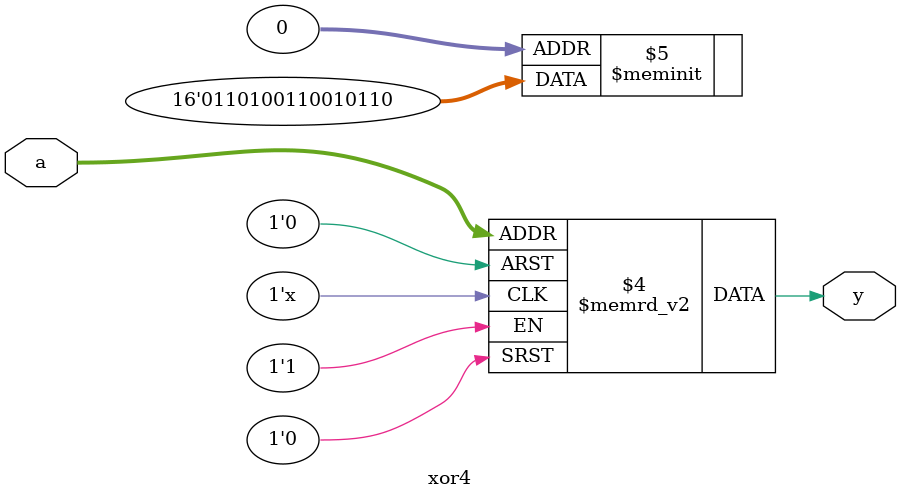
<source format=sv>
module xor4(
  input logic [3:0] a,
  output logic y
);

always_comb begin

  // There is no simplification for the circuit
  case (a)
  1: y = 1;
  2: y = 1;
  4: y = 1;
  7: y = 1;
  8: y = 1;
  11: y = 1;
  13: y = 1;
  14: y = 1;
  default: y = 0;
  endcase
end // always_comb

endmodule // xor4

</source>
